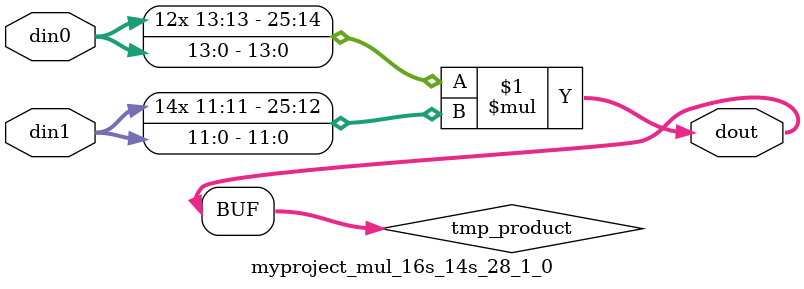
<source format=v>

`timescale 1 ns / 1 ps

  module myproject_mul_16s_14s_28_1_0(din0, din1, dout);
parameter ID = 1;
parameter NUM_STAGE = 0;
parameter din0_WIDTH = 14;
parameter din1_WIDTH = 12;
parameter dout_WIDTH = 26;

input [din0_WIDTH - 1 : 0] din0; 
input [din1_WIDTH - 1 : 0] din1; 
output [dout_WIDTH - 1 : 0] dout;

wire signed [dout_WIDTH - 1 : 0] tmp_product;













assign tmp_product = $signed(din0) * $signed(din1);








assign dout = tmp_product;







endmodule

</source>
